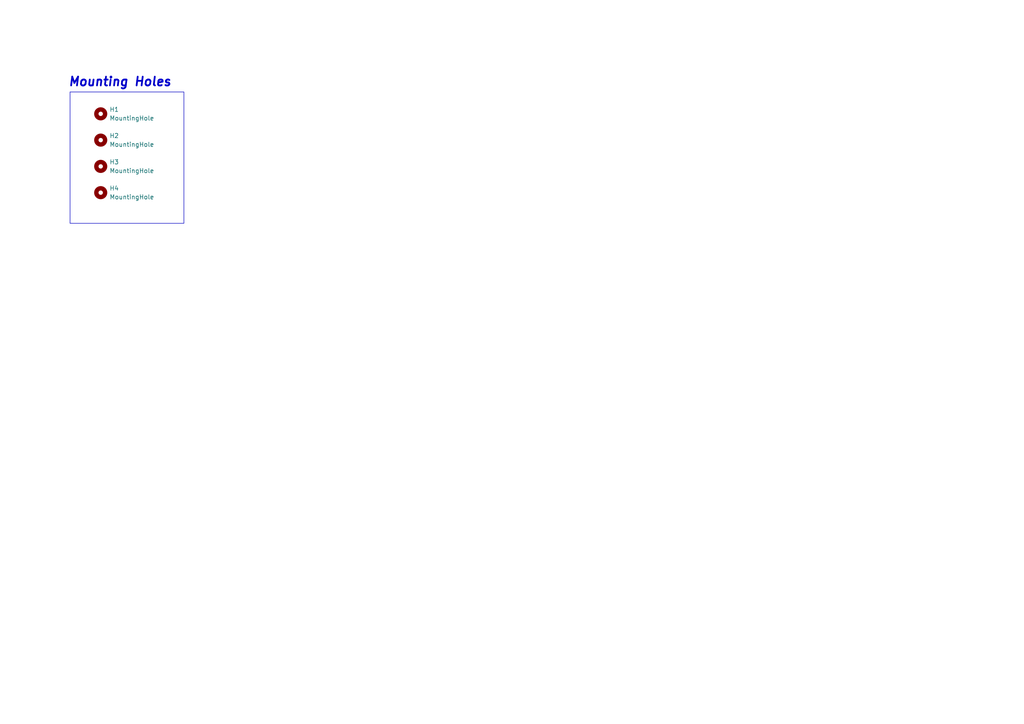
<source format=kicad_sch>
(kicad_sch (version 20231120) (generator "eeschema") (generator_version "8.0")
  (paper "A4")
  (lib_symbols
    (symbol "Mechanical:MountingHole" (pin_names (offset 1.016)) (exclude_from_sim yes) (in_bom no)
      (property "Reference" "H" (at 0 5.08 0))
      (property "Value" "MountingHole" (at 0 3.175 0))
      (symbol "MountingHole_0_1"
        (circle (center 0 0) (radius 1.27) (stroke (width 1.27)))
      )
    )
  )
  (rectangle (start 20.32 26.67) (end 53.34 64.77))
  (text "Mounting Holes" (at 34.798 23.876 0) (effects (font (size 2.54 2.54) (thickness 0.508) (bold yes) (italic yes))))
  (symbol (lib_id "Mechanical:MountingHole") (at 29.21 55.88 0) (unit 1) (exclude_from_sim yes) (in_bom no)
    (property "Reference" "H4" (at 31.75 54.6099 0) (effects (justify left)))
    (property "Value" "MountingHole" (at 31.75 57.1499 0) (effects (justify left)))
    (property "Footprint" "MountingHole:MountingHole_2.2mm_M2" (effects (hide yes)))
    (property "Description" "Mounting Hole without connection" (effects (hide yes)))
  )
  (symbol (lib_id "Mechanical:MountingHole") (at 29.21 40.64 0) (unit 1) (exclude_from_sim yes) (in_bom no)
    (property "Reference" "H2" (at 31.75 39.3699 0) (effects (justify left)))
    (property "Value" "MountingHole" (at 31.75 41.9099 0) (effects (justify left)))
    (property "Footprint" "MountingHole:MountingHole_2.2mm_M2" (effects (hide yes)))
    (property "Description" "Mounting Hole without connection" (effects (hide yes)))
  )
  (symbol (lib_id "Mechanical:MountingHole") (at 29.21 48.26 0) (unit 1) (exclude_from_sim yes) (in_bom no)
    (property "Reference" "H3" (at 31.75 46.9899 0) (effects (justify left)))
    (property "Value" "MountingHole" (at 31.75 49.5299 0) (effects (justify left)))
    (property "Footprint" "MountingHole:MountingHole_2.2mm_M2" (effects (hide yes)))
    (property "Description" "Mounting Hole without connection" (effects (hide yes)))
  )
  (symbol (lib_id "Mechanical:MountingHole") (at 29.21 33.02 0) (unit 1) (exclude_from_sim yes) (in_bom no)
    (property "Reference" "H1" (at 31.75 31.7499 0) (effects (justify left)))
    (property "Value" "MountingHole" (at 31.75 34.2899 0) (effects (justify left)))
    (property "Footprint" "MountingHole:MountingHole_2.2mm_M2" (effects (hide yes)))
    (property "Description" "Mounting Hole without connection" (effects (hide yes)))
  )
)
</source>
